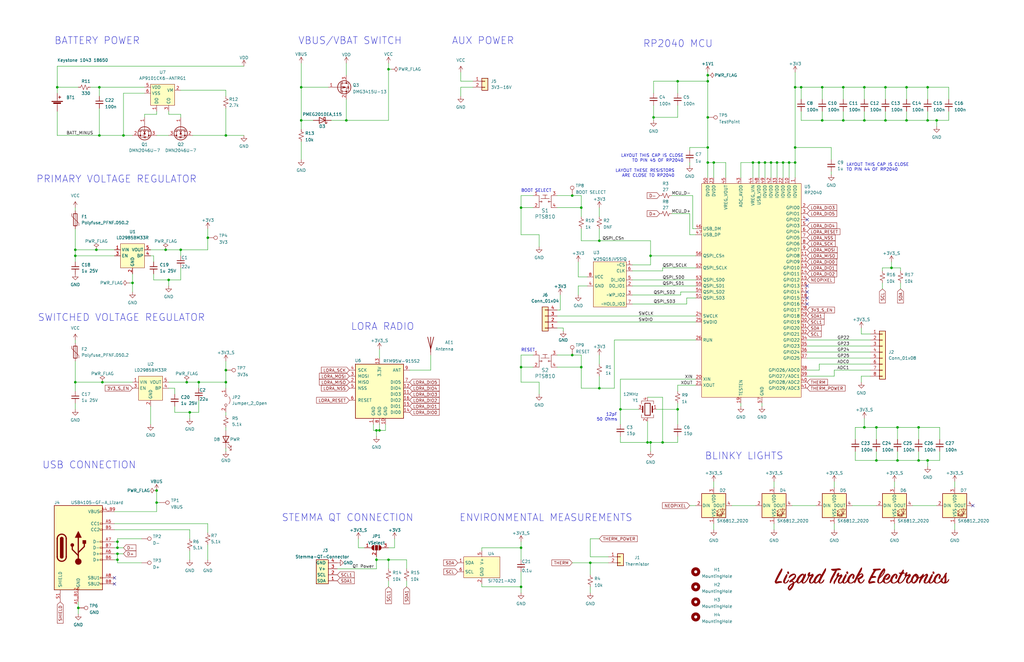
<source format=kicad_sch>
(kicad_sch (version 20230121) (generator eeschema)
  (paper "B")
  (junction (at 163.83 29.21))
  (junction (at 41.91 57.15))
  (junction (at 66.04 207.01))
  (junction (at 322.58 68.58))
  (junction (at 273.05 186.69))
  (junction (at 31.75 161.29))
  (junction (at 252.73 101.6))
  (junction (at 298.45 49.53))
  (junction (at 40.64 105.41))
  (junction (at 80.01 173.99))
  (junction (at 391.16 36.83))
  (junction (at 55.88 119.38))
  (junction (at 373.38 50.8))
  (junction (at 300.99 68.58))
  (junction (at 146.05 50.8))
  (junction (at 378.46 194.31))
  (junction (at 378.46 180.34))
  (junction (at 325.12 68.58))
  (junction (at 95.25 57.15))
  (junction (at 382.27 50.8))
  (junction (at 364.49 50.8))
  (junction (at 241.3 149.86))
  (junction (at 394.97 50.8))
  (junction (at 95.25 156.21))
  (junction (at 382.27 36.83))
  (junction (at 298.45 34.29))
  (junction (at 49.53 231.14))
  (junction (at 330.2 68.58))
  (junction (at 219.71 231.14))
  (junction (at 41.91 36.83))
  (junction (at 298.45 62.23))
  (junction (at 285.75 34.29))
  (junction (at 337.82 36.83))
  (junction (at 335.28 36.83))
  (junction (at 33.02 256.54))
  (junction (at 332.74 68.58))
  (junction (at 364.49 180.34))
  (junction (at 274.32 186.69))
  (junction (at 355.6 50.8))
  (junction (at 31.75 107.95))
  (junction (at 49.53 228.6))
  (junction (at 69.85 105.41))
  (junction (at 95.25 161.29))
  (junction (at 127 50.8))
  (junction (at 346.71 50.8))
  (junction (at 373.38 36.83))
  (junction (at 275.59 49.53))
  (junction (at 219.71 87.63))
  (junction (at 219.71 154.94))
  (junction (at 364.49 36.83))
  (junction (at 43.18 161.29))
  (junction (at 49.53 233.68))
  (junction (at 387.35 180.34))
  (junction (at 83.82 161.29))
  (junction (at 285.75 172.72))
  (junction (at 158.75 181.61))
  (junction (at 127 36.83))
  (junction (at 163.83 236.22))
  (junction (at 87.63 100.33))
  (junction (at 317.5 68.58))
  (junction (at 76.2 105.41))
  (junction (at 391.16 50.8))
  (junction (at 327.66 68.58))
  (junction (at 279.4 186.69))
  (junction (at 274.32 107.95))
  (junction (at 24.13 36.83))
  (junction (at 66.04 212.09))
  (junction (at 71.12 118.11))
  (junction (at 335.28 68.58))
  (junction (at 261.62 172.72))
  (junction (at 78.74 161.29))
  (junction (at 245.11 87.63))
  (junction (at 31.75 105.41))
  (junction (at 298.45 31.75))
  (junction (at 219.71 247.65))
  (junction (at 252.73 163.83))
  (junction (at 160.02 181.61))
  (junction (at 158.75 236.22))
  (junction (at 369.57 194.31))
  (junction (at 391.16 194.31))
  (junction (at 298.45 68.58))
  (junction (at 369.57 180.34))
  (junction (at 241.3 82.55))
  (junction (at 52.07 57.15))
  (junction (at 375.92 113.03))
  (junction (at 355.6 36.83))
  (junction (at 49.53 236.22))
  (junction (at 346.71 36.83))
  (junction (at 248.92 237.49))
  (junction (at 387.35 194.31))
  (junction (at 245.11 154.94))
  (junction (at 320.04 68.58))
  (junction (at 335.28 62.23))
  (no_connect (at 340.36 128.27))
  (no_connect (at 340.36 120.65))
  (no_connect (at 340.36 125.73))
  (no_connect (at 340.36 123.19))
  (no_connect (at 48.26 246.38))
  (no_connect (at 48.26 243.84))
  (no_connect (at 410.21 213.36))
  (no_connect (at 340.36 92.71))
  (wire (pts (xy 298.45 34.29) (xy 298.45 49.53)))
  (wire (pts (xy 203.2 247.65) (xy 219.71 247.65)))
  (wire (pts (xy 274.32 186.69) (xy 274.32 190.5)))
  (wire (pts (xy 300.99 68.58) (xy 306.07 68.58)))
  (wire (pts (xy 298.45 68.58) (xy 298.45 62.23)))
  (wire (pts (xy 266.7 120.65) (xy 293.37 120.65)))
  (wire (pts (xy 275.59 44.45) (xy 275.59 49.53)))
  (wire (pts (xy 340.36 158.75) (xy 351.79 158.75)))
  (wire (pts (xy 31.75 165.1) (xy 31.75 161.29)))
  (wire (pts (xy 275.59 39.37) (xy 275.59 34.29)))
  (wire (pts (xy 378.46 194.31) (xy 387.35 194.31)))
  (wire (pts (xy 300.99 68.58) (xy 300.99 74.93)))
  (wire (pts (xy 199.39 36.83) (xy 194.31 36.83)))
  (wire (pts (xy 203.2 232.41) (xy 203.2 231.14)))
  (wire (pts (xy 360.68 180.34) (xy 360.68 185.42)))
  (wire (pts (xy 266.7 118.11) (xy 293.37 118.11)))
  (wire (pts (xy 279.4 167.64) (xy 279.4 186.69)))
  (wire (pts (xy 234.95 87.63) (xy 245.11 87.63)))
  (wire (pts (xy 351.79 223.52) (xy 351.79 220.98)))
  (wire (pts (xy 387.35 194.31) (xy 391.16 194.31)))
  (wire (pts (xy 76.2 105.41) (xy 76.2 107.95)))
  (wire (pts (xy 261.62 172.72) (xy 261.62 179.07)))
  (wire (pts (xy 219.71 241.3) (xy 219.71 247.65)))
  (wire (pts (xy 312.42 68.58) (xy 312.42 74.93)))
  (wire (pts (xy 274.32 107.95) (xy 293.37 107.95)))
  (wire (pts (xy 350.52 67.31) (xy 350.52 62.23)))
  (wire (pts (xy 245.11 149.86) (xy 245.11 154.94)))
  (wire (pts (xy 378.46 180.34) (xy 378.46 185.42)))
  (wire (pts (xy 261.62 184.15) (xy 261.62 186.69)))
  (wire (pts (xy 31.75 107.95) (xy 31.75 110.49)))
  (wire (pts (xy 396.24 185.42) (xy 396.24 180.34)))
  (wire (pts (xy 52.07 57.15) (xy 55.88 57.15)))
  (wire (pts (xy 373.38 46.99) (xy 373.38 50.8)))
  (wire (pts (xy 355.6 36.83) (xy 355.6 41.91)))
  (wire (pts (xy 241.3 82.55) (xy 245.11 82.55)))
  (wire (pts (xy 64.77 110.49) (xy 64.77 107.95)))
  (wire (pts (xy 80.01 232.41) (xy 80.01 236.22)))
  (wire (pts (xy 245.11 163.83) (xy 252.73 163.83)))
  (wire (pts (xy 266.7 111.76) (xy 274.32 111.76)))
  (wire (pts (xy 31.75 107.95) (xy 48.26 107.95)))
  (wire (pts (xy 330.2 68.58) (xy 330.2 74.93)))
  (wire (pts (xy 163.83 245.11) (xy 163.83 247.65)))
  (wire (pts (xy 335.28 68.58) (xy 332.74 68.58)))
  (wire (pts (xy 49.53 227.33) (xy 49.53 228.6)))
  (wire (pts (xy 285.75 34.29) (xy 298.45 34.29)))
  (wire (pts (xy 340.36 148.59) (xy 367.03 148.59)))
  (wire (pts (xy 245.11 154.94) (xy 245.11 163.83)))
  (wire (pts (xy 95.25 152.4) (xy 95.25 156.21)))
  (wire (pts (xy 224.79 82.55) (xy 219.71 82.55)))
  (wire (pts (xy 340.36 143.51) (xy 367.03 143.51)))
  (wire (pts (xy 317.5 68.58) (xy 312.42 68.58)))
  (wire (pts (xy 247.65 120.65) (xy 243.84 120.65)))
  (wire (pts (xy 127 26.67) (xy 127 36.83)))
  (wire (pts (xy 41.91 36.83) (xy 41.91 40.64)))
  (wire (pts (xy 384.81 213.36) (xy 394.97 213.36)))
  (wire (pts (xy 290.83 213.36) (xy 293.37 213.36)))
  (wire (pts (xy 49.53 233.68) (xy 52.07 233.68)))
  (wire (pts (xy 261.62 186.69) (xy 273.05 186.69)))
  (wire (pts (xy 355.6 50.8) (xy 364.49 50.8)))
  (wire (pts (xy 241.3 149.86) (xy 245.11 149.86)))
  (wire (pts (xy 285.75 172.72) (xy 285.75 179.07)))
  (wire (pts (xy 377.19 223.52) (xy 377.19 220.98)))
  (wire (pts (xy 369.57 190.5) (xy 369.57 194.31)))
  (wire (pts (xy 364.49 176.53) (xy 364.49 180.34)))
  (wire (pts (xy 76.2 48.26) (xy 71.12 48.26)))
  (wire (pts (xy 48.26 228.6) (xy 49.53 228.6)))
  (wire (pts (xy 41.91 36.83) (xy 60.96 36.83)))
  (wire (pts (xy 290.83 68.58) (xy 290.83 69.85)))
  (wire (pts (xy 273.05 167.64) (xy 279.4 167.64)))
  (wire (pts (xy 372.11 113.03) (xy 375.92 113.03)))
  (wire (pts (xy 158.75 240.03) (xy 142.24 240.03)))
  (wire (pts (xy 158.75 181.61) (xy 160.02 181.61)))
  (wire (pts (xy 382.27 36.83) (xy 391.16 36.83)))
  (wire (pts (xy 87.63 100.33) (xy 87.63 105.41)))
  (wire (pts (xy 80.01 173.99) (xy 80.01 176.53)))
  (wire (pts (xy 237.49 138.43) (xy 234.95 138.43)))
  (wire (pts (xy 33.02 36.83) (xy 24.13 36.83)))
  (wire (pts (xy 379.73 119.38) (xy 379.73 121.92)))
  (wire (pts (xy 87.63 96.52) (xy 87.63 100.33)))
  (wire (pts (xy 355.6 36.83) (xy 364.49 36.83)))
  (wire (pts (xy 241.3 237.49) (xy 248.92 237.49)))
  (wire (pts (xy 234.95 130.81) (xy 236.22 130.81)))
  (wire (pts (xy 160.02 179.07) (xy 160.02 181.61)))
  (wire (pts (xy 59.69 227.33) (xy 49.53 227.33)))
  (wire (pts (xy 382.27 36.83) (xy 382.27 41.91)))
  (wire (pts (xy 375.92 113.03) (xy 375.92 110.49)))
  (wire (pts (xy 63.5 105.41) (xy 69.85 105.41)))
  (wire (pts (xy 298.45 31.75) (xy 298.45 34.29)))
  (wire (pts (xy 275.59 34.29) (xy 285.75 34.29)))
  (wire (pts (xy 66.04 57.15) (xy 71.12 57.15)))
  (wire (pts (xy 171.45 245.11) (xy 171.45 247.65)))
  (wire (pts (xy 293.37 125.73) (xy 289.56 125.73)))
  (wire (pts (xy 369.57 180.34) (xy 369.57 185.42)))
  (wire (pts (xy 285.75 186.69) (xy 285.75 184.15)))
  (wire (pts (xy 298.45 74.93) (xy 298.45 68.58)))
  (wire (pts (xy 132.08 50.8) (xy 127 50.8)))
  (wire (pts (xy 59.69 237.49) (xy 49.53 237.49)))
  (wire (pts (xy 337.82 41.91) (xy 337.82 36.83)))
  (wire (pts (xy 33.02 256.54) (xy 33.02 254)))
  (wire (pts (xy 181.61 156.21) (xy 181.61 149.86)))
  (wire (pts (xy 219.71 161.29) (xy 227.33 161.29)))
  (wire (pts (xy 266.7 114.3) (xy 279.4 114.3)))
  (wire (pts (xy 153.67 231.14) (xy 151.13 231.14)))
  (wire (pts (xy 80.01 223.52) (xy 80.01 227.33)))
  (wire (pts (xy 346.71 50.8) (xy 355.6 50.8)))
  (wire (pts (xy 337.82 36.83) (xy 346.71 36.83)))
  (wire (pts (xy 48.26 223.52) (xy 80.01 223.52)))
  (wire (pts (xy 95.25 156.21) (xy 95.25 161.29)))
  (wire (pts (xy 73.66 171.45) (xy 73.66 173.99)))
  (wire (pts (xy 293.37 123.19) (xy 287.02 123.19)))
  (wire (pts (xy 340.36 151.13) (xy 367.03 151.13)))
  (wire (pts (xy 346.71 36.83) (xy 346.71 41.91)))
  (wire (pts (xy 340.36 156.21) (xy 345.44 156.21)))
  (wire (pts (xy 158.75 181.61) (xy 158.75 184.15)))
  (wire (pts (xy 76.2 49.53) (xy 76.2 48.26)))
  (wire (pts (xy 394.97 50.8) (xy 394.97 53.34)))
  (wire (pts (xy 321.31 170.18) (xy 321.31 171.45)))
  (wire (pts (xy 335.28 68.58) (xy 335.28 74.93)))
  (wire (pts (xy 359.41 213.36) (xy 369.57 213.36)))
  (wire (pts (xy 351.79 158.75) (xy 351.79 156.21)))
  (wire (pts (xy 369.57 180.34) (xy 378.46 180.34)))
  (wire (pts (xy 127 50.8) (xy 127 54.61)))
  (wire (pts (xy 363.22 140.97) (xy 367.03 140.97)))
  (wire (pts (xy 283.21 82.55) (xy 292.1 82.55)))
  (wire (pts (xy 139.7 50.8) (xy 146.05 50.8)))
  (wire (pts (xy 367.03 158.75) (xy 363.22 158.75)))
  (wire (pts (xy 87.63 220.98) (xy 87.63 224.79)))
  (wire (pts (xy 285.75 34.29) (xy 285.75 39.37)))
  (wire (pts (xy 256.54 234.95) (xy 248.92 234.95)))
  (wire (pts (xy 146.05 41.91) (xy 146.05 50.8)))
  (wire (pts (xy 276.86 172.72) (xy 285.75 172.72)))
  (wire (pts (xy 378.46 180.34) (xy 387.35 180.34)))
  (wire (pts (xy 219.71 82.55) (xy 219.71 87.63)))
  (wire (pts (xy 71.12 48.26) (xy 71.12 46.99)))
  (wire (pts (xy 160.02 147.32) (xy 160.02 151.13)))
  (wire (pts (xy 31.75 143.51) (xy 31.75 144.78)))
  (wire (pts (xy 285.75 49.53) (xy 275.59 49.53)))
  (wire (pts (xy 245.11 101.6) (xy 252.73 101.6)))
  (wire (pts (xy 219.71 149.86) (xy 219.71 154.94)))
  (wire (pts (xy 320.04 68.58) (xy 317.5 68.58)))
  (wire (pts (xy 256.54 237.49) (xy 248.92 237.49)))
  (wire (pts (xy 243.84 120.65) (xy 243.84 124.46)))
  (wire (pts (xy 66.04 48.26) (xy 66.04 46.99)))
  (wire (pts (xy 31.75 161.29) (xy 43.18 161.29)))
  (wire (pts (xy 292.1 96.52) (xy 292.1 82.55)))
  (wire (pts (xy 317.5 68.58) (xy 317.5 74.93)))
  (wire (pts (xy 391.16 50.8) (xy 394.97 50.8)))
  (wire (pts (xy 234.95 154.94) (xy 245.11 154.94)))
  (wire (pts (xy 49.53 228.6) (xy 49.53 231.14)))
  (wire (pts (xy 306.07 68.58) (xy 306.07 74.93)))
  (wire (pts (xy 41.91 57.15) (xy 41.91 45.72)))
  (wire (pts (xy 330.2 68.58) (xy 327.66 68.58)))
  (wire (pts (xy 219.71 87.63) (xy 224.79 87.63)))
  (wire (pts (xy 172.72 156.21) (xy 181.61 156.21)))
  (wire (pts (xy 60.96 39.37) (xy 52.07 39.37)))
  (wire (pts (xy 252.73 158.75) (xy 252.73 163.83)))
  (wire (pts (xy 252.73 101.6) (xy 274.32 101.6)))
  (wire (pts (xy 95.25 38.1) (xy 95.25 40.64)))
  (wire (pts (xy 372.11 114.3) (xy 372.11 113.03)))
  (wire (pts (xy 300.99 203.2) (xy 300.99 205.74)))
  (wire (pts (xy 335.28 62.23) (xy 335.28 68.58)))
  (wire (pts (xy 360.68 180.34) (xy 364.49 180.34)))
  (wire (pts (xy 24.13 57.15) (xy 41.91 57.15)))
  (wire (pts (xy 83.82 173.99) (xy 80.01 173.99)))
  (wire (pts (xy 245.11 96.52) (xy 245.11 101.6)))
  (wire (pts (xy 24.13 36.83) (xy 24.13 39.37)))
  (wire (pts (xy 248.92 227.33) (xy 252.73 227.33)))
  (wire (pts (xy 337.82 46.99) (xy 337.82 50.8)))
  (wire (pts (xy 166.37 231.14) (xy 166.37 227.33)))
  (wire (pts (xy 379.73 114.3) (xy 379.73 113.03)))
  (wire (pts (xy 87.63 105.41) (xy 76.2 105.41)))
  (wire (pts (xy 160.02 181.61) (xy 162.56 181.61)))
  (wire (pts (xy 346.71 36.83) (xy 355.6 36.83)))
  (wire (pts (xy 66.04 207.01) (xy 66.04 212.09)))
  (wire (pts (xy 66.04 212.09) (xy 66.04 215.9)))
  (wire (pts (xy 400.05 46.99) (xy 400.05 50.8)))
  (wire (pts (xy 327.66 68.58) (xy 325.12 68.58)))
  (wire (pts (xy 48.26 236.22) (xy 49.53 236.22)))
  (wire (pts (xy 269.24 172.72) (xy 261.62 172.72)))
  (wire (pts (xy 332.74 68.58) (xy 330.2 68.58)))
  (wire (pts (xy 326.39 203.2) (xy 326.39 205.74)))
  (wire (pts (xy 290.83 62.23) (xy 290.83 63.5)))
  (wire (pts (xy 345.44 156.21) (xy 345.44 153.67)))
  (wire (pts (xy 373.38 36.83) (xy 373.38 41.91)))
  (wire (pts (xy 351.79 203.2) (xy 351.79 205.74)))
  (wire (pts (xy 387.35 190.5) (xy 387.35 194.31)))
  (wire (pts (xy 33.02 259.08) (xy 33.02 256.54)))
  (wire (pts (xy 157.48 181.61) (xy 158.75 181.61)))
  (wire (pts (xy 350.52 72.39) (xy 350.52 73.66)))
  (wire (pts (xy 377.19 203.2) (xy 377.19 205.74)))
  (wire (pts (xy 55.88 115.57) (xy 55.88 119.38)))
  (wire (pts (xy 363.22 158.75) (xy 363.22 161.29)))
  (wire (pts (xy 219.71 154.94) (xy 219.71 161.29)))
  (wire (pts (xy 290.83 62.23) (xy 298.45 62.23)))
  (wire (pts (xy 127 59.69) (xy 127 67.31)))
  (wire (pts (xy 364.49 36.83) (xy 373.38 36.83)))
  (wire (pts (xy 163.83 236.22) (xy 158.75 236.22)))
  (wire (pts (xy 396.24 190.5) (xy 396.24 194.31)))
  (wire (pts (xy 248.92 227.33) (xy 248.92 234.95)))
  (wire (pts (xy 81.28 57.15) (xy 95.25 57.15)))
  (wire (pts (xy 364.49 36.83) (xy 364.49 41.91)))
  (wire (pts (xy 24.13 27.94) (xy 24.13 36.83)))
  (wire (pts (xy 38.1 36.83) (xy 41.91 36.83)))
  (wire (pts (xy 391.16 36.83) (xy 391.16 41.91)))
  (wire (pts (xy 285.75 165.1) (xy 285.75 162.56)))
  (wire (pts (xy 227.33 161.29) (xy 227.33 166.37)))
  (wire (pts (xy 127 36.83) (xy 138.43 36.83)))
  (wire (pts (xy 274.32 101.6) (xy 274.32 107.95)))
  (wire (pts (xy 335.28 30.48) (xy 335.28 36.83)))
  (wire (pts (xy 396.24 180.34) (xy 387.35 180.34)))
  (wire (pts (xy 274.32 186.69) (xy 279.4 186.69)))
  (wire (pts (xy 194.31 36.83) (xy 194.31 40.64)))
  (wire (pts (xy 298.45 68.58) (xy 300.99 68.58)))
  (wire (pts (xy 312.42 170.18) (xy 312.42 171.45)))
  (wire (pts (xy 369.57 194.31) (xy 378.46 194.31)))
  (wire (pts (xy 234.95 82.55) (xy 241.3 82.55)))
  (wire (pts (xy 52.07 57.15) (xy 41.91 57.15)))
  (wire (pts (xy 290.83 90.17) (xy 290.83 99.06)))
  (wire (pts (xy 234.95 149.86) (xy 241.3 149.86)))
  (wire (pts (xy 49.53 237.49) (xy 49.53 236.22)))
  (wire (pts (xy 43.18 161.29) (xy 55.88 161.29)))
  (wire (pts (xy 199.39 34.29) (xy 194.31 34.29)))
  (wire (pts (xy 227.33 99.06) (xy 227.33 104.14)))
  (wire (pts (xy 332.74 68.58) (xy 332.74 74.93)))
  (wire (pts (xy 245.11 87.63) (xy 245.11 91.44)))
  (wire (pts (xy 279.4 113.03) (xy 279.4 114.3)))
  (wire (pts (xy 308.61 213.36) (xy 318.77 213.36)))
  (wire (pts (xy 320.04 68.58) (xy 320.04 74.93)))
  (wire (pts (xy 252.73 163.83) (xy 259.08 163.83)))
  (wire (pts (xy 382.27 50.8) (xy 391.16 50.8)))
  (wire (pts (xy 95.25 189.23) (xy 95.25 190.5)))
  (wire (pts (xy 171.45 240.03) (xy 171.45 236.22)))
  (wire (pts (xy 351.79 156.21) (xy 367.03 156.21)))
  (wire (pts (xy 400.05 50.8) (xy 394.97 50.8)))
  (wire (pts (xy 203.2 231.14) (xy 219.71 231.14)))
  (wire (pts (xy 373.38 50.8) (xy 382.27 50.8)))
  (wire (pts (xy 163.83 29.21) (xy 165.1 29.21)))
  (wire (pts (xy 48.26 233.68) (xy 49.53 233.68)))
  (wire (pts (xy 285.75 44.45) (xy 285.75 49.53)))
  (wire (pts (xy 151.13 231.14) (xy 151.13 227.33)))
  (wire (pts (xy 158.75 236.22) (xy 158.75 240.03)))
  (wire (pts (xy 76.2 118.11) (xy 71.12 118.11)))
  (wire (pts (xy 248.92 247.65) (xy 248.92 250.19)))
  (wire (pts (xy 237.49 139.7) (xy 237.49 138.43)))
  (wire (pts (xy 337.82 36.83) (xy 335.28 36.83)))
  (wire (pts (xy 360.68 190.5) (xy 360.68 194.31)))
  (wire (pts (xy 54.61 119.38) (xy 55.88 119.38)))
  (wire (pts (xy 322.58 68.58) (xy 320.04 68.58)))
  (wire (pts (xy 224.79 149.86) (xy 219.71 149.86)))
  (wire (pts (xy 40.64 105.41) (xy 48.26 105.41)))
  (wire (pts (xy 31.75 105.41) (xy 40.64 105.41)))
  (wire (pts (xy 95.25 180.34) (xy 95.25 181.61)))
  (wire (pts (xy 287.02 123.19) (xy 287.02 124.46)))
  (wire (pts (xy 24.13 27.94) (xy 102.87 27.94)))
  (wire (pts (xy 283.21 90.17) (xy 290.83 90.17)))
  (wire (pts (xy 71.12 161.29) (xy 78.74 161.29)))
  (wire (pts (xy 334.01 213.36) (xy 344.17 213.36)))
  (wire (pts (xy 60.96 48.26) (xy 66.04 48.26)))
  (wire (pts (xy 364.49 50.8) (xy 373.38 50.8)))
  (wire (pts (xy 73.66 166.37) (xy 73.66 163.83)))
  (wire (pts (xy 298.45 30.48) (xy 298.45 31.75)))
  (wire (pts (xy 285.75 162.56) (xy 293.37 162.56)))
  (wire (pts (xy 69.85 105.41) (xy 76.2 105.41)))
  (wire (pts (xy 219.71 231.14) (xy 219.71 236.22)))
  (wire (pts (xy 273.05 186.69) (xy 274.32 186.69)))
  (wire (pts (xy 234.95 133.35) (xy 293.37 133.35)))
  (wire (pts (xy 78.74 161.29) (xy 83.82 161.29)))
  (wire (pts (xy 71.12 118.11) (xy 71.12 120.65)))
  (wire (pts (xy 31.75 170.18) (xy 31.75 172.72)))
  (wire (pts (xy 259.08 143.51) (xy 259.08 163.83)))
  (wire (pts (xy 293.37 143.51) (xy 259.08 143.51)))
  (wire (pts (xy 52.07 39.37) (xy 52.07 57.15)))
  (wire (pts (xy 31.75 87.63) (xy 31.75 88.9)))
  (wire (pts (xy 298.45 49.53) (xy 298.45 62.23)))
  (wire (pts (xy 71.12 163.83) (xy 73.66 163.83)))
  (wire (pts (xy 76.2 113.03) (xy 76.2 118.11)))
  (wire (pts (xy 289.56 128.27) (xy 266.7 128.27)))
  (wire (pts (xy 364.49 46.99) (xy 364.49 50.8)))
  (wire (pts (xy 273.05 177.8) (xy 273.05 186.69)))
  (wire (pts (xy 31.75 152.4) (xy 31.75 161.29)))
  (wire (pts (xy 379.73 113.03) (xy 375.92 113.03)))
  (wire (pts (xy 346.71 46.99) (xy 346.71 50.8)))
  (wire (pts (xy 219.71 228.6) (xy 219.71 231.14)))
  (wire (pts (xy 345.44 153.67) (xy 367.03 153.67)))
  (wire (pts (xy 83.82 161.29) (xy 83.82 163.83)))
  (wire (pts (xy 146.05 50.8) (xy 163.83 50.8)))
  (wire (pts (xy 382.27 46.99) (xy 382.27 50.8)))
  (wire (pts (xy 402.59 203.2) (xy 402.59 205.74)))
  (wire (pts (xy 157.48 179.07) (xy 157.48 181.61)))
  (wire (pts (xy 322.58 68.58) (xy 322.58 74.93)))
  (wire (pts (xy 95.25 57.15) (xy 102.87 57.15)))
  (wire (pts (xy 285.75 170.18) (xy 285.75 172.72)))
  (wire (pts (xy 378.46 190.5) (xy 378.46 194.31)))
  (wire (pts (xy 219.71 87.63) (xy 219.71 99.06)))
  (wire (pts (xy 261.62 160.02) (xy 261.62 172.72)))
  (wire (pts (xy 335.28 36.83) (xy 335.28 62.23)))
  (wire (pts (xy 171.45 236.22) (xy 163.83 236.22)))
  (wire (pts (xy 236.22 130.81) (xy 236.22 124.46)))
  (wire (pts (xy 355.6 46.99) (xy 355.6 50.8)))
  (wire (pts (xy 373.38 36.83) (xy 382.27 36.83)))
  (wire (pts (xy 364.49 180.34) (xy 369.57 180.34)))
  (wire (pts (xy 163.83 236.22) (xy 163.83 240.03)))
  (wire (pts (xy 203.2 246.38) (xy 203.2 247.65)))
  (wire (pts (xy 64.77 115.57) (xy 64.77 118.11)))
  (wire (pts (xy 391.16 194.31) (xy 391.16 196.85)))
  (wire (pts (xy 219.71 154.94) (xy 224.79 154.94)))
  (wire (pts (xy 274.32 111.76) (xy 274.32 107.95)))
  (wire (pts (xy 252.73 87.63) (xy 252.73 91.44)))
  (wire (pts (xy 24.13 46.99) (xy 24.13 57.15)))
  (wire (pts (xy 300.99 223.52) (xy 300.99 220.98)))
  (wire (pts (xy 73.66 173.99) (xy 80.01 173.99)))
  (wire (pts (xy 76.2 38.1) (xy 95.25 38.1)))
  (wire (pts (xy 400.05 41.91) (xy 400.05 36.83)))
  (wire (pts (xy 234.95 135.89) (xy 293.37 135.89)))
  (wire (pts (xy 31.75 96.52) (xy 31.75 105.41)))
  (wire (pts (xy 326.39 223.52) (xy 326.39 220.98)))
  (wire (pts (xy 162.56 179.07) (xy 162.56 181.61)))
  (wire (pts (xy 243.84 110.49) (xy 243.84 116.84)))
  (wire (pts (xy 387.35 180.34) (xy 387.35 185.42)))
  (wire (pts (xy 248.92 237.49) (xy 248.92 242.57)))
  (wire (pts (xy 219.71 99.06) (xy 227.33 99.06)))
  (wire (pts (xy 327.66 68.58) (xy 327.66 74.93)))
  (wire (pts (xy 252.73 96.52) (xy 252.73 101.6)))
  (wire (pts (xy 163.83 231.14) (xy 166.37 231.14)))
  (wire (pts (xy 325.12 68.58) (xy 325.12 74.93)))
  (wire (pts (xy 335.28 62.23) (xy 350.52 62.23)))
  (wire (pts (xy 146.05 26.67) (xy 146.05 31.75)))
  (wire (pts (xy 243.84 116.84) (xy 247.65 116.84)))
  (wire (pts (xy 245.11 82.55) (xy 245.11 87.63)))
  (wire (pts (xy 325.12 68.58) (xy 322.58 68.58)))
  (wire (pts (xy 337.82 50.8) (xy 346.71 50.8)))
  (wire (pts (xy 95.25 45.72) (xy 95.25 57.15)))
  (wire (pts (xy 396.24 194.31) (xy 391.16 194.31)))
  (wire (pts (xy 95.25 173.99) (xy 95.25 175.26)))
  (wire (pts (xy 83.82 168.91) (xy 83.82 173.99)))
  (wire (pts (xy 275.59 49.53) (xy 275.59 50.8)))
  (wire (pts (xy 372.11 119.38) (xy 372.11 121.92)))
  (wire (pts (xy 48.26 231.14) (xy 49.53 231.14)))
  (wire (pts (xy 293.37 160.02) (xy 261.62 160.02)))
  (wire (pts (xy 360.68 194.31) (xy 369.57 194.31)))
  (wire (pts (xy 95.25 161.29) (xy 83.82 161.29)))
  (wire (pts (xy 293.37 96.52) (xy 292.1 96.52)))
  (wire (pts (xy 63.5 107.95) (xy 64.77 107.95)))
  (wire (pts (xy 402.59 223.52) (xy 402.59 220.98)))
  (wire (pts (xy 194.31 34.29) (xy 194.31 30.48)))
  (wire (pts (xy 158.75 234.95) (xy 158.75 236.22)))
  (wire (pts (xy 252.73 149.86) (xy 252.73 153.67)))
  (wire (pts (xy 363.22 138.43) (xy 363.22 140.97)))
  (wire (pts (xy 64.77 118.11) (xy 71.12 118.11)))
  (wire (pts (xy 400.05 36.83) (xy 391.16 36.83)))
  (wire (pts (xy 163.83 29.21) (xy 163.83 50.8)))
  (wire (pts (xy 289.56 125.73) (xy 289.56 128.27)))
  (wire (pts (xy 63.5 171.45) (xy 63.5 179.07)))
  (wire (pts (xy 287.02 124.46) (xy 266.7 124.46)))
  (wire (pts (xy 127 50.8) (xy 127 36.83)))
  (wire (pts (xy 340.36 146.05) (xy 367.03 146.05)))
  (wire (pts (xy 87.63 229.87) (xy 87.63 236.22)))
  (wire (pts (xy 49.53 236.22) (xy 49.53 233.68)))
  (wire (pts (xy 49.53 231.14) (xy 52.07 231.14)))
  (wire (pts (xy 163.83 26.67) (xy 163.83 29.21)))
  (wire (pts (xy 290.83 99.06) (xy 293.37 99.06)))
  (wire (pts (xy 55.88 119.38) (xy 55.88 123.19)))
  (wire (pts (xy 48.26 220.98) (xy 87.63 220.98)))
  (wire (pts (xy 60.96 49.53) (xy 60.96 48.26)))
  (wire (pts (xy 219.71 247.65) (xy 219.71 250.19)))
  (wire (pts (xy 31.75 107.95) (xy 31.75 105.41)))
  (wire (pts (xy 279.4 186.69) (xy 285.75 186.69)))
  (wire (pts (xy 48.26 215.9) (xy 66.04 215.9)))
  (wire (pts (xy 391.16 46.99) (xy 391.16 50.8)))
  (wire (pts (xy 66.04 212.09) (xy 67.31 212.09)))
  (wire (pts (xy 95.25 161.29) (xy 95.25 163.83)))
  (wire (pts (xy 293.37 113.03) (xy 279.4 113.03)))
  (text "STEMMA QT CONNECTION" (at 118.745 220.345 0) (effects (font (size 3 3)) (justify left bottom)))
  (text "RESET" (at 219.71 148.59 0) (effects (font (size 1.27 1.27)) (justify left bottom)))
  (text "RP2040 MCU" (at 271.145 20.32 0) (effects (font (size 3 3)) (justify left bottom)))
  (text "LAYOUT THIS CAP IS CLOSE\nTO PIN 44 OF RP2040" (at 356.87 72.39 0) (effects (font (size 1.27 1.27)) (justify left bottom)))
  (text "12pF\n50 Ohms" (at 260.35 177.8 0) (effects (font (size 1.27 1.27)) (justify right bottom)))
  (text "USB CONNECTION" (at 17.78 198.12 0) (effects (font (size 3 3)) (justify left bottom)))
  (text "LORA RADIO" (at 147.955 139.7 0) (effects (font (size 3 3)) (justify left bottom)))
  (text "AUX POWER" (at 190.5 19.05 0) (effects (font (size 3 3)) (justify left bottom)))
  (text "SWITCHED VOLTAGE REGULATOR" (at 15.875 135.89 0) (effects (font (size 3 3)) (justify left bottom)))
  (text "VBUS/VBAT SWITCH" (at 125.73 19.05 0) (effects (font (size 3 3)) (justify left bottom)))
  (text "LAYOUT THESE RESISTORS\nARE CLOSE TO RP2040" (at 284.48 74.93 0) (effects (font (size 1.27 1.27)) (justify right bottom)))
  (text "LAYOUT THIS CAP IS CLOSE\nTO PIN 45 OF RP2040" (at 288.29 68.58 0) (effects (font (size 1.27 1.27)) (justify right bottom)))
  (text "BLINKY LIGHTS" (at 297.18 194.31 0) (effects (font (size 3 3)) (justify left bottom)))
  (text "BATTERY POWER" (at 22.86 19.05 0) (effects (font (size 3 3)) (justify left bottom)))
  (text "PRIMARY VOLTAGE REGULATOR" (at 15.24 77.47 0) (effects (font (size 3 3)) (justify left bottom)))
  (text "ENVIRONMENTAL MEASUREMENTS" (at 193.675 220.345 0) (effects (font (size 3 3)) (justify left bottom)))
  (text "BOOT SELECT" (at 219.71 81.28 0) (effects (font (size 1.27 1.27)) (justify left bottom)))
  (label "SWDIO" (at 269.24 135.89 0))
  (label "MCU_D-" (at 283.21 82.55 0))
  (label "QSPI_SD0" (at 279.4 118.11 0))
  (label "GP23" (at 353.06 146.05 0))
  (label "MCU_D+" (at 283.21 90.17 0))
  (label "BATT_MINUS" (at 27.94 57.15 0))
  (label "GP22" (at 353.06 143.51 0))
  (label "XIN" (at 292.1 160.02 180))
  (label "ADC0" (at 353.06 153.67 0))
  (label "QSPI_CSn" (at 254 101.6 0))
  (label "GP25" (at 353.06 151.13 0))
  (label "QSPI_SCLK" (at 279.4 113.03 0))
  (label "GP24" (at 353.06 148.59 0))
  (label "QSPI_SD2" (at 275.59 124.46 0))
  (label "ADC1" (at 353.06 156.21 0))
  (label "QSPI_SD1" (at 279.4 120.65 0))
  (label "XOUT" (at 287.02 162.56 0))
  (label "QT Power" (at 148.59 240.03 0))
  (label "QSPI_SD3" (at 275.59 128.27 0))
  (label "SWCLK" (at 269.24 133.35 0))
  (global_label "LORA_NSS" (shape input) (at 340.36 100.33 0) (property "Intersheetrefs" "${INTERSHEET_REFS}" (effects hide)))
  (global_label "SCL1" (shape input) (at 340.36 135.89 0) (property "Intersheetrefs" "${INTERSHEET_REFS}" (effects hide)))
  (global_label "SCL1" (shape input) (at 163.83 247.65 270) (property "Intersheetrefs" "${INTERSHEET_REFS}" (effects hide)))
  (global_label "LORA_DIO5" (shape input) (at 172.72 161.29 0) (property "Intersheetrefs" "${INTERSHEET_REFS}" (effects hide)))
  (global_label "LORA_SCK" (shape input) (at 340.36 102.87 0) (property "Intersheetrefs" "${INTERSHEET_REFS}" (effects hide)))
  (global_label "LORA_RESET" (shape input) (at 147.32 168.91 180) (property "Intersheetrefs" "${INTERSHEET_REFS}" (effects hide)))
  (global_label "LORA_DIO0" (shape input) (at 172.72 173.99 0) (property "Intersheetrefs" "${INTERSHEET_REFS}" (effects hide)))
  (global_label "THERM_POWER" (shape input) (at 340.36 163.83 0) (property "Intersheetrefs" "${INTERSHEET_REFS}" (effects hide)))
  (global_label "LORA_DIO5" (shape input) (at 340.36 90.17 0) (property "Intersheetrefs" "${INTERSHEET_REFS}" (effects hide)))
  (global_label "SCL1" (shape input) (at 142.24 242.57 0) (property "Intersheetrefs" "${INTERSHEET_REFS}" (effects hide)))
  (global_label "LORA_RESET" (shape input) (at 340.36 97.79 0) (property "Intersheetrefs" "${INTERSHEET_REFS}" (effects hide)))
  (global_label "LORA_NSS" (shape input) (at 147.32 163.83 180) (property "Intersheetrefs" "${INTERSHEET_REFS}" (effects hide)))
  (global_label "LORA_DIO3" (shape input) (at 340.36 87.63 0) (property "Intersheetrefs" "${INTERSHEET_REFS}" (effects hide)))
  (global_label "THERM" (shape input) (at 340.36 161.29 0) (property "Intersheetrefs" "${INTERSHEET_REFS}" (effects hide)))
  (global_label "NEOPIXEL" (shape input) (at 290.83 213.36 180) (property "Intersheetrefs" "${INTERSHEET_REFS}" (effects hide)))
  (global_label "THERM_POWER" (shape input) (at 252.73 227.33 0) (property "Intersheetrefs" "${INTERSHEET_REFS}" (effects hide)))
  (global_label "D+" (shape input) (at 278.13 90.17 180) (property "Intersheetrefs" "${INTERSHEET_REFS}" (effects hide)))
  (global_label "LORA_DIO2" (shape input) (at 172.72 168.91 0) (property "Intersheetrefs" "${INTERSHEET_REFS}" (effects hide)))
  (global_label "LORA_DIO1" (shape input) (at 340.36 113.03 0) (property "Intersheetrefs" "${INTERSHEET_REFS}" (effects hide)))
  (global_label "3V3_S_EN" (shape input) (at 55.88 163.83 180) (property "Intersheetrefs" "${INTERSHEET_REFS}" (effects hide)))
  (global_label "D-" (shape input) (at 278.13 82.55 180) (property "Intersheetrefs" "${INTERSHEET_REFS}" (effects hide)))
  (global_label "SCL" (shape input) (at 193.04 241.3 180) (property "Intersheetrefs" "${INTERSHEET_REFS}" (effects hide)))
  (global_label "SCL" (shape input) (at 340.36 140.97 0) (property "Intersheetrefs" "${INTERSHEET_REFS}" (effects hide)))
  (global_label "LORA_DIO4" (shape input) (at 172.72 163.83 0) (property "Intersheetrefs" "${INTERSHEET_REFS}" (effects hide)))
  (global_label "SDA1" (shape input) (at 142.24 245.11 0) (property "Intersheetrefs" "${INTERSHEET_REFS}" (effects hide)))
  (global_label "LORA_MISO" (shape input) (at 340.36 107.95 0) (property "Intersheetrefs" "${INTERSHEET_REFS}" (effects hide)))
  (global_label "D+" (shape input) (at 52.07 233.68 0) (property "Intersheetrefs" "${INTERSHEET_REFS}" (effects hide)))
  (global_label "3V3_S_EN" (shape input) (at 340.36 130.81 0) (property "Intersheetrefs" "${INTERSHEET_REFS}" (effects hide)))
  (global_label "LORA_DIO1" (shape input) (at 172.72 171.45 0) (property "Intersheetrefs" "${INTERSHEET_REFS}" (effects hide)))
  (global_label "SDA1" (shape input) (at 340.36 133.35 0) (property "Intersheetrefs" "${INTERSHEET_REFS}" (effects hide)))
  (global_label "LORA_SCK" (shape input) (at 147.32 156.21 180) (property "Intersheetrefs" "${INTERSHEET_REFS}" (effects hide)))
  (global_label "LORA_MOSI" (shape input) (at 340.36 105.41 0) (property "Intersheetrefs" "${INTERSHEET_REFS}" (effects hide)))
  (global_label "LORA_DIO3" (shape input) (at 172.72 166.37 0) (property "Intersheetrefs" "${INTERSHEET_REFS}" (effects hide)))
  (global_label "SDA" (shape input) (at 193.04 237.49 180) (property "Intersheetrefs" "${INTERSHEET_REFS}" (effects hide)))
  (global_label "LORA_DIO0" (shape input) (at 340.36 110.49 0) (property "Intersheetrefs" "${INTERSHEET_REFS}" (effects hide)))
  (global_label "LORA_MOSI" (shape input) (at 147.32 158.75 180) (property "Intersheetrefs" "${INTERSHEET_REFS}" (effects hide)))
  (global_label "SDA" (shape input) (at 379.73 121.92 270) (property "Intersheetrefs" "${INTERSHEET_REFS}" (effects hide)))
  (global_label "SDA1" (shape input) (at 171.45 247.65 270) (property "Intersheetrefs" "${INTERSHEET_REFS}" (effects hide)))
  (global_label "NEOPIXEL" (shape input) (at 340.36 118.11 0) (property "Intersheetrefs" "${INTERSHEET_REFS}" (effects hide)))
  (global_label "D-" (shape input) (at 52.07 231.14 0) (property "Intersheetrefs" "${INTERSHEET_REFS}" (effects hide)))
  (global_label "SCL" (shape input) (at 372.11 121.92 270) (property "Intersheetrefs" "${INTERSHEET_REFS}" (effects hide)))
  (global_label "LORA_DIO2" (shape input) (at 340.36 115.57 0) (property "Intersheetrefs" "${INTERSHEET_REFS}" (effects hide)))
  (global_label "THERM" (shape input) (at 241.3 237.49 180) (property "Intersheetrefs" "${INTERSHEET_REFS}" (effects hide)))
  (global_label "LORA_MISO" (shape input) (at 147.32 161.29 180) (property "Intersheetrefs" "${INTERSHEET_REFS}" (effects hide)))
  (global_label "LORA_DIO4" (shape input) (at 340.36 95.25 0) (property "Intersheetrefs" "${INTERSHEET_REFS}" (effects hide)))
  (global_label "SDA" (shape input) (at 340.36 138.43 0) (property "Intersheetrefs" "${INTERSHEET_REFS}" (effects hide)))
  (global_label "SHIELD" (shape input) (at 25.4 254 270) (property "Intersheetrefs" "${INTERSHEET_REFS}" (effects hide)))
  (symbol (lib_id "Device:Battery_Cell") (at 24.13 44.45 0) (unit 1)
    (property "Reference" "BT1" (at 27.94 41.1479 0) (effects (justify left)))
    (property "Value" "Keystone 1043 18650" (at 24.13 25.4 0) (effects (justify left)))
    (property "Footprint" "lizard_libs:Keystone 1043 18650" (effects hide))
    (property "Datasheet" "https://www.keyelco.com/userAssets/file/M65p27.pdf" (effects hide))
  )
  (symbol (lib_id "Device:C_Small") (at 360.68 187.96 0) (unit 1)
    (property "Reference" "C23" (at 363.0041 187.0578 0) (effects (justify left)))
    (property "Value" "100n" (at 363.0041 189.8329 0) (effects (justify left)))
    (property "Footprint" "lizard_libs:C_0603_Lizard" (effects hide))
  )
  (symbol (lib_id "Device:C_Small") (at 355.6 44.45 0) (unit 1)
    (property "Reference" "C11" (at 357.9241 43.5478 0) (effects (justify left)))
    (property "Value" "100n" (at 357.9241 46.3229 0) (effects (justify left)))
    (property "Footprint" "lizard_libs:C_0603_Lizard" (effects hide))
  )
  (symbol (lib_id "Device:C_Small") (at 400.05 44.45 0) (unit 1)
    (property "Reference" "C16" (at 402.3741 43.5478 0) (effects (justify left)))
    (property "Value" "100n" (at 402.3741 46.3229 0) (effects (justify left)))
    (property "Footprint" "lizard_libs:C_0603_Lizard" (effects hide))
  )
  (symbol (lib_id "power:PWR_FLAG") (at 43.18 161.29 0) (unit 1)
    (property "Reference" "#FLG0103" (effects hide))
    (property "Value" "PWR_FLAG" (at 43.18 157.6855 0))
  )
  (symbol (lib_id "Device:C_Small") (at 337.82 44.45 0) (unit 1)
    (property "Reference" "C8" (at 340.1441 43.5478 0) (effects (justify left)))
    (property "Value" "100n" (at 340.1441 46.3229 0) (effects (justify left)))
    (property "Footprint" "lizard_libs:C_0603_Lizard" (effects hide))
  )
  (symbol (lib_id "Connector:TestPoint") (at 241.3 82.55 0) (unit 1)
    (property "Reference" "TP8" (at 242.697 78.3395 0) (effects (justify left)))
    (property "Value" "BOOT SELECT" (at 242.697 81.1146 0) (effects (justify left)))
    (property "Footprint" "TestPoint:TestPoint_THTPad_1.0x1.0mm_Drill0.5mm" (effects hide))
  )
  (symbol (lib_id "Device:C_Small") (at 76.2 110.49 0) (unit 1)
    (property "Reference" "C1" (at 76.454 108.712 0) (effects (justify left)))
    (property "Value" "22u" (at 76.454 112.522 0) (effects (justify left)))
    (property "Footprint" "lizard_libs:C_0603_Lizard" (effects hide))
  )
  (symbol (lib_id "power:GND") (at 402.59 223.52 0) (unit 1)
    (property "Reference" "#PWR057" (effects hide))
    (property "Value" "GND" (at 402.59 228.0825 0))
  )
  (symbol (lib_id "Connector_Generic:Conn_01x02") (at 204.47 34.29 0) (unit 1)
    (property "Reference" "J5" (at 207.01 34.2899 0) (effects (justify left)))
    (property "Value" "3V3-16V" (at 207.01 36.8299 0) (effects (justify left)))
    (property "Footprint" "Connector_PinHeader_2.54mm:PinHeader_1x02_P2.54mm_Vertical" (effects hide))
  )
  (symbol (lib_id "Device:C_Small") (at 391.16 44.45 0) (unit 1)
    (property "Reference" "C15" (at 393.4841 43.5478 0) (effects (justify left)))
    (property "Value" "100n" (at 393.4841 46.3229 0) (effects (justify left)))
    (property "Footprint" "lizard_libs:C_0603_Lizard" (effects hide))
  )
  (symbol (lib_id "lizard_lib:SK6812_2020") (at 402.59 213.36 0) (unit 1)
    (property "Reference" "D7" (at 407.67 207.645 0) (effects (justify right bottom)))
    (property "Value" "SK6812_2020" (at 403.86 219.075 0) (effects (justify left top)))
    (property "Footprint" "lizard_libs:SK6812 2020" (effects hide))
    (property "Datasheet" "https://cdn-shop.adafruit.com/product-files/1138/SK6812+LED+datasheet+.pdf" (effects hide))
  )
  (symbol (lib_id "Device:R_Small_US") (at 248.92 245.11 0) (unit 1)
    (property "Reference" "R4" (at 250.571 244.2015 0) (effects (justify left)))
    (property "Value" "10k" (at 250.571 246.9766 0) (effects (justify left)))
    (property "Footprint" "lizard_libs:R_0603_Lizard" (effects hide))
  )
  (symbol (lib_id "Device:C_Small") (at 41.91 43.18 0) (unit 1)
    (property "Reference" "C22" (at 44.2341 42.2778 0) (effects (justify left)))
    (property "Value" "100n" (at 44.2341 45.0529 0) (effects (justify left)))
    (property "Footprint" "lizard_libs:C_0603_Lizard" (effects hide))
  )
  (symbol (lib_id "Device:R_Small_US") (at 35.56 36.83 270) (unit 1)
    (property "Reference" "R11" (at 34.29 34.29 90) (effects (justify left)))
    (property "Value" "330" (at 34.29 39.37 90) (effects (justify left)))
    (property "Footprint" "lizard_libs:R_0603_Lizard" (effects hide))
  )
  (symbol (lib_id "power:GND") (at 80.01 236.22 0) (unit 1)
    (property "Reference" "#PWR014" (effects hide))
    (property "Value" "GND" (at 80.01 240.7825 0))
  )
  (symbol (lib_id "power:GND") (at 351.79 223.52 0) (unit 1)
    (property "Reference" "#PWR055" (effects hide))
    (property "Value" "GND" (at 351.79 228.0825 0))
  )
  (symbol (lib_id "lizard_lib:Polyfuse_PFNF.050.2") (at 31.75 148.59 0) (unit 1)
    (property "Reference" "F2" (at 34.29 147.3199 0) (effects (justify left)))
    (property "Value" "Polyfuse_PFNF.050.2" (at 34.29 149.8599 0) (effects (justify left)))
    (property "Footprint" "Resistor_SMD:R_1206_3216Metric" (effects hide))
  )
  (symbol (lib_id "Device:R_Small_US") (at 95.25 43.18 0) (unit 1)
    (property "Reference" "R12" (at 96.52 41.91 0) (effects (justify left)))
    (property "Value" "2.7k" (at 96.52 44.45 0) (effects (justify left)))
    (property "Footprint" "lizard_libs:R_0603_Lizard" (effects hide))
  )
  (symbol (lib_id "power:GND") (at 274.32 190.5 0) (unit 1)
    (property "Reference" "#PWR0114" (effects hide))
    (property "Value" "GND" (at 274.32 195.0625 0))
  )
  (symbol (lib_id "lizard_lib:USB4105-GF-A_Lizard") (at 33.02 231.14 0) (unit 1)
    (property "Reference" "J4" (at 22.86 212.09 0) (effects (justify left)))
    (property "Value" "USB4105-GF-A_Lizard" (at 52.07 212.09 0) (effects (justify right)))
    (property "Footprint" "lizard_libs:GCT_USB4105-GF-A" (effects hide))
    (property "Datasheet" "https://www.usb.org/sites/default/files/documents/usb_type-c.zip" (effects hide))
  )
  (symbol (lib_id "power:+3V3") (at 252.73 87.63 0) (unit 1)
    (property "Reference" "#PWR0112" (effects hide))
    (property "Value" "+3V3" (at 252.73 84.0255 0))
  )
  (symbol (lib_id "lizard_lib:+3V3_S") (at 363.22 138.43 0) (unit 1)
    (property "Reference" "#PWR06" (effects hide))
    (property "Value" "+3V3_S" (at 363.22 134.8255 0))
  )
  (symbol (lib_id "power:+3V3") (at 166.37 227.33 0) (unit 1)
    (property "Reference" "#PWR024" (effects hide))
    (property "Value" "+3V3" (at 166.37 223.7255 0))
  )
  (symbol (lib_id "power:GND") (at 227.33 166.37 0) (unit 1)
    (property "Reference" "#PWR035" (effects hide))
    (property "Value" "GND" (at 227.33 170.9325 0))
  )
  (symbol (lib_id "power:GND") (at 87.63 236.22 0) (unit 1)
    (property "Reference" "#PWR017" (effects hide))
    (property "Value" "GND" (at 87.63 240.7825 0))
  )
  (symbol (lib_id "Device:R_Small_US") (at 245.11 93.98 0) (unit 1)
    (property "Reference" "R10" (at 246.761 93.0715 0) (effects (justify left)))
    (property "Value" "1k" (at 246.761 95.8466 0) (effects (justify left)))
    (property "Footprint" "lizard_libs:R_0603_Lizard" (effects hide))
  )
  (symbol (lib_id "Device:C_Small") (at 83.82 166.37 0) (unit 1)
    (property "Reference" "C2" (at 84.074 164.592 0) (effects (justify left)))
    (property "Value" "22u" (at 84.074 168.402 0) (effects (justify left)))
    (property "Footprint" "lizard_libs:C_0603_Lizard" (effects hide))
  )
  (symbol (lib_id "power:+3V3") (at 243.84 110.49 0) (unit 1)
    (property "Reference" "#PWR0113" (effects hide))
    (property "Value" "+3V3" (at 243.84 106.8855 0))
  )
  (symbol (lib_id "Connector:TestPoint") (at 67.31 212.09 270) (unit 1)
    (property "Reference" "TP1" (at 72.009 211.1815 90) (effects (justify left)))
    (property "Value" "VBUS" (at 72.009 213.9566 90) (effects (justify left)))
    (property "Footprint" "TestPoint:TestPoint_THTPad_1.0x1.0mm_Drill0.5mm" (effects hide))
  )
  (symbol (lib_id "lizard_lib:VBAT") (at 102.87 27.94 0) (unit 1)
    (property "Reference" "#PWR01" (effects hide))
    (property "Value" "VBAT" (at 102.87 24.3355 0))
  )
  (symbol (lib_id "lizard_lib:VBAT") (at 146.05 26.67 0) (unit 1)
    (property "Reference" "#PWR033" (effects hide))
    (property "Value" "VBAT" (at 146.05 23.0655 0))
  )
  (symbol (lib_id "Device:C_Small") (at 387.35 187.96 0) (unit 1)
    (property "Reference" "C26" (at 389.6741 187.0578 0) (effects (justify left)))
    (property "Value" "100n" (at 389.6741 189.8329 0) (effects (justify left)))
    (property "Footprint" "lizard_libs:C_0603_Lizard" (effects hide))
  )
  (symbol (lib_id "power:GND") (at 194.31 40.64 0) (unit 1)
    (property "Reference" "#PWR034" (effects hide))
    (property "Value" "GND" (at 194.31 45.2025 0))
  )
  (symbol (lib_id "power:VCC") (at 31.75 143.51 0) (unit 1)
    (property "Reference" "#PWR0118" (effects hide))
    (property "Value" "VCC" (at 31.75 138.43 0))
  )
  (symbol (lib_id "Connector_Generic:Conn_01x08") (at 372.11 148.59 0) (unit 1)
    (property "Reference" "J2" (at 374.65 148.5899 0) (effects (justify left)))
    (property "Value" "Conn_01x08" (at 374.65 151.1299 0) (effects (justify left)))
    (property "Footprint" "lizard_libs:Prototype Area 8x8" (effects hide))
  )
  (symbol (lib_id "power:GND") (at 363.22 161.29 0) (unit 1)
    (property "Reference" "#PWR030" (effects hide))
    (property "Value" "GND" (at 363.22 165.8525 0))
  )
  (symbol (lib_id "Device:C_Small") (at 285.75 181.61 0) (unit 1)
    (property "Reference" "C6" (at 288.29 180.3462 0) (effects (justify left)))
    (property "Value" "15p" (at 288.29 182.8862 0) (effects (justify left)))
    (property "Footprint" "lizard_libs:C_0603_Lizard" (effects hide))
  )
  (symbol (lib_id "power:GND") (at 33.02 259.08 0) (unit 1)
    (property "Reference" "#PWR02" (effects hide))
    (property "Value" "GND" (at 33.02 263.6425 0))
  )
  (symbol (lib_id "Device:C_Small") (at 31.75 167.64 0) (unit 1)
    (property "Reference" "C17" (at 34.29 166.3762 0) (effects (justify left)))
    (property "Value" "1u 25V" (at 34.29 168.9162 0) (effects (justify left)))
    (property "Footprint" "lizard_libs:C_0603_Lizard" (effects hide))
  )
  (symbol (lib_id "power:GND") (at 55.88 123.19 0) (unit 1)
    (property "Reference" "#PWR020" (effects hide))
    (property "Value" "GND" (at 55.88 127.7525 0))
  )
  (symbol (lib_id "Mechanical:MountingHole") (at 293.37 247.65 0) (unit 1)
    (property "Reference" "H2" (at 302.3696 246.7415 0))
    (property "Value" "MountingHole" (at 302.3696 249.5166 0))
    (property "Footprint" "lizard_libs:MountingHole_2.5mm_Mask" (effects hide))
  )
  (symbol (lib_id "Mechanical:MountingHole") (at 293.37 260.35 0) (unit 1)
    (property "Reference" "H4" (at 302.3696 259.4415 0))
    (property "Value" "MountingHole" (at 302.3696 262.2166 0))
    (property "Footprint" "lizard_libs:MountingHole_2.5mm_Mask" (effects hide))
  )
  (symbol (lib_id "power:GND") (at 321.31 171.45 0) (unit 1)
    (property "Reference" "#PWR0108" (effects hide))
    (property "Value" "GND" (at 321.31 176.0125 0))
  )
  (symbol (lib_id "Device:R_Small_US") (at 280.67 82.55 90) (unit 1)
    (property "Reference" "R3" (at 280.67 77.47 90))
    (property "Value" "27" (at 280.67 80.01 90))
    (property "Footprint" "lizard_libs:R_0603_Lizard" (effects hide))
  )
  (symbol (lib_id "Connector:TestPoint") (at 87.63 100.33 270) (unit 1)
    (property "Reference" "TP4" (at 92.329 99.4215 90) (effects (justify left)))
    (property "Value" "3V3" (at 92.329 102.1966 90) (effects (justify left)))
    (property "Footprint" "TestPoint:TestPoint_THTPad_1.0x1.0mm_Drill0.5mm" (effects hide))
  )
  (symbol (lib_id "Device:C_Small") (at 364.49 44.45 0) (unit 1)
    (property "Reference" "C12" (at 366.8141 43.5478 0) (effects (justify left)))
    (property "Value" "100n" (at 366.8141 46.3229 0) (effects (justify left)))
    (property "Footprint" "lizard_libs:C_0603_Lizard" (effects hide))
  )
  (symbol (lib_id "Jumper:Jumper_2_Open") (at 95.25 168.91 270) (unit 1)
    (property "Reference" "JP2" (at 97.79 167.6399 90) (effects (justify left)))
    (property "Value" "Jumper_2_Open" (at 97.79 170.1799 90) (effects (justify left)))
    (property "Footprint" "lizard_libs:Pin Jumper lizard" (effects hide))
  )
  (symbol (lib_id "lizard_lib:DMG3415U-13") (at 143.51 36.83 0) (unit 1)
    (property "Reference" "Q3" (at 148.717 35.9215 0) (effects (justify left)))
    (property "Value" "DMG3415U-13" (at 148.717 38.6966 0) (effects (justify left)))
    (property "Footprint" "Package_TO_SOT_SMD:SOT-23" (effects hide))
    (property "Datasheet" "https://www.diodes.com/assets/Datasheets/products_inactive_data/ds31735.pdf" (effects hide))
  )
  (symbol (lib_id "Device:C_Small") (at 350.52 69.85 0) (unit 1)
    (property "Reference" "C9" (at 353.06 68.5862 0) (effects (justify left)))
    (property "Value" "1u" (at 353.06 71.1262 0) (effects (justify left)))
    (property "Footprint" "lizard_libs:C_0603_Lizard" (effects hide))
  )
  (symbol (lib_id "Device:R_Small_US") (at 252.73 93.98 0) (unit 1)
    (property "Reference" "R2" (at 254.381 93.0715 0) (effects (justify left)))
    (property "Value" "DNF" (at 254.381 95.8466 0) (effects (justify left)))
    (property "Footprint" "lizard_libs:R_0603_Lizard" (effects hide))
  )
  (symbol (lib_id "lizard_lib:+3V3_S") (at 219.71 228.6 0) (unit 1)
    (property "Reference" "#PWR09" (effects hide))
    (property "Value" "+3V3_S" (at 219.71 224.9955 0))
  )
  (symbol (lib_id "lizard_lib:Stemma-QT-Connector") (at 137.16 242.57 180) (unit 1)
    (property "Reference" "J3" (at 137.16 232.2535 0))
    (property "Value" "Stemma-QT-Connector" (at 135.89 234.95 0))
    (property "Footprint" "lizard_libs:STEMMA-QT-CONNECTOR" (effects hide))
    (property "Datasheet" "https://learn.adafruit.com/introducing-adafruit-stemma-qt/technical-specs" (effects hide))
  )
  (symbol (lib_id "lizard_lib:W25Q16JVSSIQ") (at 256.54 116.84 0) (unit 1)
    (property "Reference" "U3" (at 250.0804 106.5743 0) (effects (justify left)))
    (property "Value" "W25Q16JVSSIQ" (at 250.0804 109.3494 0) (effects (justify left)))
    (property "Footprint" "Package_SO:SOIC-8_5.275x5.275mm_P1.27mm" (effects hide))
    (property "Datasheet" "https://www.winbond.com/resource-files/w25q16jv%20spi%20revg%2003222018%20plus.pdf" (effects hide))
  )
  (symbol (lib_id "power:GND") (at 275.59 50.8 0) (unit 1)
    (property "Reference" "#PWR0102" (effects hide))
    (property "Value" "GND" (at 275.59 55.3625 0))
  )
  (symbol (lib_id "Connector_Generic:Conn_01x02") (at 261.62 234.95 0) (unit 1)
    (property "Reference" "J1" (at 268.7207 235.3115 0))
    (property "Value" "Thermistor" (at 268.7207 238.0866 0))
    (property "Footprint" "Connector_PinHeader_2.54mm:PinHeader_1x02_P2.54mm_Vertical" (effects hide))
  )
  (symbol (lib_id "Device:R_Small_US") (at 372.11 116.84 0) (unit 1)
    (property "Reference" "R16" (at 373.761 115.9315 0) (effects (justify left)))
    (property "Value" "10k" (at 373.761 118.7066 0) (effects (justify left)))
    (property "Footprint" "lizard_libs:R_0603_Lizard" (effects hide))
  )
  (symbol (lib_id "Connector:TestPoint") (at 59.69 237.49 270) (unit 1)
    (property "Reference" "TP3" (at 64.389 236.5815 90) (effects (justify left)))
    (property "Value" "D+" (at 64.389 239.3566 90) (effects (justify left)))
    (property "Footprint" "TestPoint:TestPoint_THTPad_1.0x1.0mm_Drill0.5mm" (effects hide))
  )
  (symbol (lib_id "Device:R_Small_US") (at 163.83 242.57 0) (unit 1)
    (property "Reference" "R14" (at 165.481 241.6615 0) (effects (justify left)))
    (property "Value" "10k" (at 165.481 244.4366 0) (effects (justify left)))
    (property "Footprint" "lizard_libs:R_0603_Lizard" (effects hide))
  )
  (symbol (lib_id "lizard_lib:SK6812_2020") (at 300.99 213.36 0) (unit 1)
    (property "Reference" "D2" (at 306.07 207.645 0) (effects (justify right bottom)))
    (property "Value" "SK6812_2020" (at 302.26 219.075 0) (effects (justify left top)))
    (property "Footprint" "lizard_libs:SK6812 2020" (effects hide))
    (property "Datasheet" "https://cdn-shop.adafruit.com/product-files/1138/SK6812+LED+datasheet+.pdf" (effects hide))
  )
  (symbol (lib_id "Device:C_Small") (at 73.66 168.91 0) (unit 1)
    (property "Reference" "C20" (at 76.2 167.6462 0) (effects (justify left)))
    (property "Value" "1u 25V" (at 76.2 170.1862 0) (effects (justify left)))
    (property "Footprint" "lizard_libs:C_0603_Lizard" (effects hide))
  )
  (symbol (lib_id "Device:C_Small") (at 346.71 44.45 0) (unit 1)
    (property "Reference" "C10" (at 349.0341 43.5478 0) (effects (justify left)))
    (property "Value" "100n" (at 349.0341 46.3229 0) (effects (justify left)))
    (property "Footprint" "lizard_libs:C_0603_Lizard" (effects hide))
  )
  (symbol (lib_id "power:GND") (at 326.39 223.52 0) (unit 1)
    (property "Reference" "#PWR054" (effects hide))
    (property "Value" "GND" (at 326.39 228.0825 0))
  )
  (symbol (lib_id "Device:C_Small") (at 275.59 41.91 0) (unit 1)
    (property "Reference" "C4" (at 277.9141 41.0078 0) (effects (justify left)))
    (property "Value" "100n" (at 277.9141 43.7829 0) (effects (justify left)))
    (property "Footprint" "lizard_libs:C_0603_Lizard" (effects hide))
  )
  (symbol (lib_id "Device:R_Small_US") (at 280.67 90.17 90) (unit 1)
    (property "Reference" "R8" (at 280.67 85.09 90))
    (property "Value" "27" (at 280.67 87.63 90))
    (property "Footprint" "lizard_libs:R_0603_Lizard" (effects hide))
  )
  (symbol (lib_id "Lizard Text Logo:LOGO") (at 363.22 243.84 0) (unit 1)
    (property "Reference" "G1" (effects hide))
    (property "Value" "LOGO" (effects hide))
    (property "Footprint" "lizard_libs:Lizard Text Logo" (effects hide))
  )
  (symbol (lib_id "power:VCC") (at 163.83 26.67 0) (unit 1)
    (property "Reference" "#PWR0101" (effects hide))
    (property "Value" "VCC" (at 163.83 22.86 0))
  )
  (symbol (lib_id "lizard_lib:+3V3_S") (at 326.39 203.2 0) (unit 1)
    (property "Reference" "#PWR026" (effects hide))
    (property "Value" "+3V3_S" (at 326.39 199.5955 0))
  )
  (symbol (lib_id "power:PWR_FLAG") (at 69.85 105.41 0) (unit 1)
    (property "Reference" "#FLG0102" (effects hide))
    (property "Value" "PWR_FLAG" (at 69.85 101.8055 0))
  )
  (symbol (lib_id "Device:C_Small") (at 382.27 44.45 0) (unit 1)
    (property "Reference" "C14" (at 384.5941 43.5478 0) (effects (justify left)))
    (property "Value" "100n" (at 384.5941 46.3229 0) (effects (justify left)))
    (property "Footprint" "lizard_libs:C_0603_Lizard" (effects hide))
  )
  (symbol (lib_id "lizard_lib:+3V3_S") (at 95.25 152.4 0) (unit 1)
    (property "Reference" "#PWR011" (effects hide))
    (property "Value" "+3V3_S" (at 95.25 148.7955 0))
  )
  (symbol (lib_id "Connector_Generic:Conn_01x04") (at 229.87 135.89 180) (unit 1)
    (property "Reference" "J6" (at 229.87 124.46 0))
    (property "Value" "Conn_01x04" (at 229.87 127 0))
    (property "Footprint" "Connector_PinHeader_2.54mm:PinHeader_1x04_P2.54mm_Vertical" (effects hide))
  )
  (symbol (lib_id "power:GND") (at 227.33 104.14 0) (unit 1)
    (property "Reference" "#PWR0110" (effects hide))
    (property "Value" "GND" (at 227.33 108.7025 0))
  )
  (symbol (lib_id "power:PWR_FLAG") (at 54.61 119.38 90) (unit 1)
    (property "Reference" "#FLG0108" (effects hide))
    (property "Value" "PWR_FLAG" (at 46.99 119.38 90))
  )
  (symbol (lib_id "Device:LED") (at 95.25 185.42 90) (unit 1)
    (property "Reference" "D8" (at 91.44 185.42 90))
    (property "Value" "PWR" (at 99.06 185.42 90))
    (property "Footprint" "lizard_libs:LED-0805-Lizard" (effects hide))
  )
  (symbol (lib_id "power:GND") (at 300.99 223.52 0) (unit 1)
    (property "Reference" "#PWR04" (effects hide))
    (property "Value" "GND" (at 300.99 228.0825 0))
  )
  (symbol (lib_id "power:GND") (at 394.97 53.34 0) (unit 1)
    (property "Reference" "#PWR0105" (effects hide))
    (property "Value" "GND" (at 394.97 57.9025 0))
  )
  (symbol (lib_id "Device:C_Small") (at 290.83 66.04 0) (unit 1)
    (property "Reference" "C7" (at 293.1541 65.1378 0) (effects (justify left)))
    (property "Value" "1u" (at 293.1541 67.9129 0) (effects (justify left)))
    (property "Footprint" "lizard_libs:C_0603_Lizard" (effects hide))
  )
  (symbol (lib_id "power:VBUS") (at 127 26.67 0) (unit 1)
    (property "Reference" "#PWR05" (effects hide))
    (property "Value" "VBUS" (at 127 22.86 0))
  )
  (symbol (lib_id "Mechanical:MountingHole") (at 293.37 254 0) (unit 1)
    (property "Reference" "H3" (at 302.3696 253.0915 0))
    (property "Value" "MountingHole" (at 302.3696 255.8666 0))
    (property "Footprint" "lizard_libs:MountingHole_2.5mm_Mask" (effects hide))
  )
  (symbol (lib_id "lizard_lib:+3V3_S") (at 351.79 203.2 0) (unit 1)
    (property "Reference" "#PWR027" (effects hide))
    (property "Value" "+3V3_S" (at 351.79 199.5955 0))
  )
  (symbol (lib_id "Device:C_Small") (at 261.62 181.61 0) (unit 1)
    (property "Reference" "C3" (at 264.16 180.3462 0) (effects (justify left)))
    (property "Value" "15p" (at 264.16 182.8862 0) (effects (justify left)))
    (property "Footprint" "lizard_libs:C_0603_Lizard" (effects hide))
  )
  (symbol (lib_id "lizard_lib:SK6812_2020") (at 377.19 213.36 0) (unit 1)
    (property "Reference" "D6" (at 382.27 207.645 0) (effects (justify right bottom)))
    (property "Value" "SK6812_2020" (at 378.46 219.075 0) (effects (justify left top)))
    (property "Footprint" "lizard_libs:SK6812 2020" (effects hide))
    (property "Datasheet" "https://cdn-shop.adafruit.com/product-files/1138/SK6812+LED+datasheet+.pdf" (effects hide))
  )
  (symbol (lib_id "Device:R_Small_US") (at 80.01 229.87 0) (unit 1)
    (property "Reference" "R6" (at 81.28 228.6 0) (effects (justify left)))
    (property "Value" "5.1k" (at 81.28 231.14 0) (effects (justify left)))
    (property "Footprint" "lizard_libs:R_0603_Lizard" (effects hide))
  )
  (symbol (lib_id "Device:C_Small") (at 31.75 113.03 0) (unit 1)
    (property "Reference" "C18" (at 34.29 111.7662 0) (effects (justify left)))
    (property "Value" "1u 25V" (at 34.29 114.3062 0) (effects (justify left)))
    (property "Footprint" "lizard_libs:C_0603_Lizard" (effects hide))
  )
  (symbol (lib_id "lizard_lib:SI7021-A20") (at 203.2 242.57 0) (unit 1)
    (property "Reference" "U4" (at 205.74 233.68 0) (effects (justify left)))
    (property "Value" "SI7021-A20" (at 205.74 245.11 0) (effects (justify left)))
    (property "Footprint" "lizard_libs:SI7021-A20" (effects hide))
    (property "Datasheet" "https://www.silabs.com/documents/public/data-sheets/Si7021-A20.pdf" (effects hide))
  )
  (symbol (lib_id "power:PWR_FLAG") (at 165.1 29.21 270) (unit 1)
    (property "Reference" "#FLG0106" (effects hide))
    (property "Value" "PWR_FLAG" (at 172.72 29.21 90))
  )
  (symbol (lib_id "lizard_lib:DMN2046U-7") (at 76.2 54.61 90) (mirror x) (unit 1)
    (property "Reference" "Q2" (at 76.2 60.96 90))
    (property "Value" "DMN2046U-7" (at 76.2 63.5 90))
    (property "Footprint" "Package_TO_SOT_SMD:SOT-23" (effects hide))
    (property "Datasheet" "https://datasheet.octopart.com/DMN2046U-7-Diodes-Inc.-datasheet-101745984.pdf" (effects hide))
    (property "Location" "Denali-B11" (effects hide))
  )
  (symbol (lib_id "lizard_lib:+3V3_S") (at 151.13 227.33 0) (unit 1)
    (property "Reference" "#PWR015" (effects hide))
    (property "Value" "+3V3_S" (at 151.13 223.7255 0))
  )
  (symbol (lib_id "power:GND") (at 127 67.31 0) (unit 1)
    (property "Reference" "#PWR019" (effects hide))
    (property "Value" "GND" (at 127 71.8725 0))
  )
  (symbol (lib_id "Device:C_Small") (at 378.46 187.96 0) (unit 1)
    (property "Reference" "C25" (at 380.7841 187.0578 0) (effects (justify left)))
    (property "Value" "100n" (at 380.7841 189.8329 0) (effects (justify left)))
    (property "Footprint" "lizard_libs:C_0603_Lizard" (effects hide))
  )
  (symbol (lib_id "power:GND") (at 243.84 124.46 0) (unit 1)
    (property "Reference" "#PWR0111" (effects hide))
    (property "Value" "GND" (at 243.84 129.0225 0))
  )
  (symbol (lib_id "lizard_lib:AP9101CK6-ANTRG1") (at 68.58 39.37 0) (unit 1)
    (property "Reference" "U7" (at 68.58 30.48 0))
    (property "Value" "AP9101CK6-ANTRG1" (at 68.58 33.02 0))
    (property "Footprint" "Package_TO_SOT_SMD:SOT-23-6" (effects hide))
  )
  (symbol (lib_id "power:GND") (at 290.83 69.85 0) (unit 1)
    (property "Reference" "#PWR0107" (effects hide))
    (property "Value" "GND" (at 290.83 74.4125 0))
  )
  (symbol (lib_id "power:GND") (at 219.71 250.19 0) (unit 1)
    (property "Reference" "#PWR08" (effects hide))
    (property "Value" "GND" (at 219.71 254.7525 0))
  )
  (symbol (lib_id "Connector:TestPoint") (at 59.69 227.33 270) (unit 1)
    (property "Reference" "TP2" (at 64.389 226.4215 90) (effects (justify left)))
    (property "Value" "D-" (at 64.389 229.1966 90) (effects (justify left)))
    (property "Footprint" "TestPoint:TestPoint_THTPad_1.0x1.0mm_Drill0.5mm" (effects hide))
  )
  (symbol (lib_id "Connector:TestPoint") (at 95.25 156.21 270) (unit 1)
    (property "Reference" "TP7" (at 99.949 155.3015 90) (effects (justify left)))
    (property "Value" "3V3s" (at 99.949 158.0766 90) (effects (justify left)))
    (property "Footprint" "TestPoint:TestPoint_THTPad_1.0x1.0mm_Drill0.5mm" (effects hide))
  )
  (symbol (lib_id "power:+3V3") (at 87.63 96.52 0) (unit 1)
    (property "Reference" "#PWR022" (effects hide))
    (property "Value" "+3V3" (at 87.63 92.9155 0))
  )
  (symbol (lib_name "DMN2046U-7_1") (lib_id "lizard_lib:DMN2046U-7") (at 60.96 54.61 270) (unit 1)
    (property "Reference" "Q1" (at 60.96 60.96 90))
    (property "Value" "DMN2046U-7" (at 60.96 63.5 90))
    (property "Footprint" "Package_TO_SOT_SMD:SOT-23" (effects hide))
    (property "Datasheet" "https://datasheet.octopart.com/DMN2046U-7-Diodes-Inc.-datasheet-101745984.pdf" (effects hide))
    (property "Location" "Denali-B11" (effects hide))
  )
  (symbol (lib_id "lizard_lib:Polyfuse_PFNF.050.2") (at 31.75 92.71 0) (unit 1)
    (property "Reference" "F1" (at 34.29 91.4399 0) (effects (justify left)))
    (property "Value" "Polyfuse_PFNF.050.2" (at 34.29 93.9799 0) (effects (justify left)))
    (property "Footprint" "Resistor_SMD:R_1206_3216Metric" (effects hide))
  )
  (symbol (lib_id "power:GND") (at 350.52 73.66 0) (unit 1)
    (property "Reference" "#PWR0103" (effects hide))
    (property "Value" "GND" (at 350.52 78.2225 0))
  )
  (symbol (lib_id "lizard_lib:PTS810") (at 229.87 85.09 0) (unit 1)
    (property "Reference" "S1" (at 229.87 88.9 0) (effects (font (size 1.524 1.524))))
    (property "Value" "PTS810" (at 229.87 91.44 0) (effects (font (size 1.524 1.524))))
    (property "Footprint" "lizard_libs:PTS_180_Tactile_Switch" (effects hide))
    (property "Location" "Denali-H2" (effects hide))
  )
  (symbol (lib_id "Device:R_Small_US") (at 95.25 177.8 0) (unit 1)
    (property "Reference" "R5" (at 97.79 176.53 0) (effects (justify left)))
    (property "Value" "5.1k" (at 97.79 179.07 0) (effects (justify left)))
    (property "Footprint" "lizard_libs:R_0603_Lizard" (effects hide))
  )
  (symbol (lib_id "Device:R_Small_US") (at 252.73 156.21 0) (unit 1)
    (property "Reference" "R1" (at 255.27 154.9399 0) (effects (justify left)))
    (property "Value" "1k" (at 255.27 157.4799 0) (effects (justify left)))
    (property "Footprint" "lizard_libs:R_0603_Lizard" (effects hide))
  )
  (symbol (lib_id "Connector:TestPoint") (at 241.3 149.86 0) (unit 1)
    (property "Reference" "TP9" (at 242.697 145.6495 0) (effects (justify left)))
    (property "Value" "RESET" (at 242.697 148.4246 0) (effects (justify left)))
    (property "Footprint" "TestPoint:TestPoint_THTPad_1.0x1.0mm_Drill0.5mm" (effects hide))
  )
  (symbol (lib_id "power:PWR_FLAG") (at 298.45 31.75 270) (unit 1)
    (property "Reference" "#FLG0104" (effects hide))
    (property "Value" "PWR_FLAG" (at 306.07 31.75 90))
  )
  (symbol (lib_id "power:VCC") (at 194.31 30.48 0) (unit 1)
    (property "Reference" "#PWR0115" (effects hide))
    (property "Value" "VCC" (at 194.31 25.4 0))
  )
  (symbol (lib_id "power:GND") (at 237.49 139.7 0) (unit 1)
    (property "Reference" "#PWR038" (effects hide))
    (property "Value" "GND" (at 237.49 143.51 0))
  )
  (symbol (lib_id "lizard_lib:RP2040") (at 318.77 120.65 0) (unit 1)
    (property "Reference" "U5" (at 339.09 78.74 0) (effects (justify left)))
    (property "Value" "RP2040" (at 339.09 81.28 0) (effects (justify left)))
    (property "Footprint" "lizard_libs:RP2040_QFN-56" (effects hide))
  )
  (symbol (lib_id "lizard_lib:+3V3_S") (at 377.19 203.2 0) (unit 1)
    (property "Reference" "#PWR028" (effects hide))
    (property "Value" "+3V3_S" (at 377.19 199.5955 0))
  )
  (symbol (lib_id "lizard_lib:RFM95W-915S2") (at 160.02 163.83 0) (unit 1)
    (property "Reference" "U6" (at 149.606 152.146 0) (effects (justify left)))
    (property "Value" "RFM95W-915S2" (at 161.544 152.4 0) (effects (justify left)))
    (property "Footprint" "lizard_libs:XCVR_RFM95W-915S2" (effects hide))
    (property "Datasheet" "https://www.hoperf.com/data/upload/portal/20181127/5bfcbea20e9ef.pdf" (effects hide))
  )
  (symbol (lib_id "Connector:TestPoint") (at 33.02 256.54 270) (unit 1)
    (property "Reference" "TP6" (at 37.719 255.6315 90) (effects (justify left)))
    (property "Value" "GND" (at 37.719 258.4066 90) (effects (justify left)))
    (property "Footprint" "TestPoint:TestPoint_THTPad_1.0x1.0mm_Drill0.5mm" (effects hide))
  )
  (symbol (lib_id "Device:R_Small_US") (at 379.73 116.84 0) (unit 1)
    (property "Reference" "R17" (at 381.381 115.9315 0) (effects (justify left)))
    (property "Value" "10k" (at 381.381 118.7066 0) (effects (justify left)))
    (property "Footprint" "lizard_libs:R_0603_Lizard" (effects hide))
  )
  (symbol (lib_id "Device:C_Small") (at 219.71 238.76 0) (unit 1)
    (property "Reference" "C21" (at 219.964 236.982 0) (effects (justify left)))
    (property "Value" "0.1u" (at 219.964 240.792 0) (effects (justify left)))
    (property "Footprint" "lizard_libs:C_0603_Lizard" (effects hide))
  )
  (symbol (lib_id "Jumper:SolderJumper_3_Open") (at 158.75 231.14 0) (unit 1)
    (property "Reference" "JP1" (at 158.75 226.2845 0))
    (property "Value" "VSelect" (at 158.75 229.0596 0))
    (property "Footprint" "Jumper:SolderJumper-3_P2.0mm_Open_TrianglePad1.0x1.5mm" (effects hide))
  )
  (symbol (lib_id "power:VBUS") (at 66.04 207.01 0) (unit 1)
    (property "Reference" "#PWR013" (effects hide))
    (property "Value" "VBUS" (at 66.04 203.2 0))
  )
  (symbol (lib_id "Device:C_Small") (at 285.75 41.91 0) (unit 1)
    (property "Reference" "C5" (at 288.0741 41.0078 0) (effects (justify left)))
    (property "Value" "100n" (at 288.0741 43.7829 0) (effects (justify left)))
    (property "Footprint" "lizard_libs:C_0603_Lizard" (effects hide))
  )
  (symbol (lib_id "Mechanical:MountingHole") (at 293.37 241.3 0) (unit 1)
    (property "Reference" "H1" (at 302.3696 240.3915 0))
    (property "Value" "MountingHole" (at 302.3696 243.1666 0))
    (property "Footprint" "lizard_libs:MountingHole_2.5mm_Mask" (effects hide))
  )
  (symbol (lib_id "power:GND") (at 71.12 120.65 0) (unit 1)
    (property "Reference" "#PWR021" (effects hide))
    (property "Value" "GND" (at 71.12 125.2125 0))
  )
  (symbol (lib_id "power:GND") (at 391.16 196.85 0) (unit 1)
    (property "Reference" "#PWR041" (effects hide))
    (property "Value" "GND" (at 391.16 201.4125 0))
  )
  (symbol (lib_id "lizard_lib:+3V3_S") (at 402.59 203.2 0) (unit 1)
    (property "Reference" "#PWR029" (effects hide))
    (property "Value" "+3V3_S" (at 402.59 199.5955 0))
  )
  (symbol (lib_id "Device:Antenna") (at 181.61 144.78 0) (unit 1)
    (property "Reference" "AE1" (at 191.2998 144.5065 0) (effects (justify right)))
    (property "Value" "Antenna" (at 191.2998 147.2816 0) (effects (justify right)))
    (property "Footprint" "lizard_libs:Spring_Antenna_1.0_Drill" (effects hide))
  )
  (symbol (lib_id "lizard_lib:SK6812_2020") (at 351.79 213.36 0) (unit 1)
    (property "Reference" "D5" (at 356.87 207.645 0) (effects (justify right bottom)))
    (property "Value" "SK6812_2020" (at 353.06 219.075 0) (effects (justify left top)))
    (property "Footprint" "lizard_libs:SK6812 2020" (effects hide))
    (property "Datasheet" "https://cdn-shop.adafruit.com/product-files/1138/SK6812+LED+datasheet+.pdf" (effects hide))
  )
  (symbol (lib_name "LD2985BM33R_1") (lib_id "lizard_lib:LD2985BM33R") (at 55.88 106.68 0) (unit 1)
    (property "Reference" "U1" (at 55.88 97.79 0))
    (property "Value" "LD2985BM33R" (at 55.88 100.33 0))
    (property "Footprint" "Package_TO_SOT_SMD:SOT-23-5" (effects hide))
  )
  (symbol (lib_id "lizard_lib:+3V3_S") (at 364.49 176.53 0) (unit 1)
    (property "Reference" "#PWR040" (effects hide))
    (property "Value" "+3V3_S" (at 364.49 172.9255 0))
  )
  (symbol (lib_id "power:GND") (at 142.24 237.49 90) (unit 1)
    (property "Reference" "#PWR016" (effects hide))
    (property "Value" "GND" (at 146.8025 237.49 90))
  )
  (symbol (lib_id "Device:Crystal_GND24") (at 273.05 172.72 180) (unit 1)
    (property "Reference" "Y1" (at 269.24 168.91 0) (effects (justify left)))
    (property "Value" "12MHz" (at 269.24 166.37 0) (effects (justify left)))
    (property "Footprint" "Crystal:Crystal_SMD_3225-4Pin_3.2x2.5mm" (effects hide))
  )
  (symbol (lib_id "power:GND") (at 102.87 57.15 0) (unit 1)
    (property "Reference" "#PWR018" (effects hide))
    (property "Value" "GND" (at 102.87 61.7125 0))
  )
  (symbol (lib_id "power:GND") (at 31.75 115.57 0) (unit 1)
    (property "Reference" "#PWR032" (effects hide))
    (property "Value" "GND" (at 31.75 120.1325 0))
  )
  (symbol (lib_id "power:+3V3") (at 335.28 30.48 0) (unit 1)
    (property "Reference" "#PWR0106" (effects hide))
    (property "Value" "+3V3" (at 335.28 26.8755 0))
  )
  (symbol (lib_id "Device:R_Small_US") (at 285.75 167.64 0) (unit 1)
    (property "Reference" "R9" (at 287.401 166.7315 0) (effects (justify left)))
    (property "Value" "1k" (at 287.401 169.5066 0) (effects (justify left)))
    (property "Footprint" "lizard_libs:R_0603_Lizard" (effects hide))
  )
  (symbol (lib_id "power:+1V1") (at 298.45 30.48 0) (unit 1)
    (property "Reference" "#PWR0104" (effects hide))
    (property "Value" "+1V1" (at 298.45 26.8755 0))
  )
  (symbol (lib_id "power:GND") (at 377.19 223.52 0) (unit 1)
    (property "Reference" "#PWR056" (effects hide))
    (property "Value" "GND" (at 377.19 228.0825 0))
  )
  (symbol (lib_id "power:GND") (at 95.25 190.5 0) (unit 1)
    (property "Reference" "#PWR012" (effects hide))
    (property "Value" "GND" (at 95.25 194.31 0))
  )
  (symbol (lib_id "power:PWR_FLAG") (at 78.74 161.29 0) (unit 1)
    (property "Reference" "#FLG0107" (effects hide))
    (property "Value" "PWR_FLAG" (at 78.74 157.6855 0))
  )
  (symbol (lib_id "lizard_lib:+3V3_S") (at 375.92 110.49 0) (unit 1)
    (property "Reference" "#PWR039" (effects hide))
    (property "Value" "+3V3_S" (at 375.92 106.8855 0))
  )
  (symbol (lib_id "lizard_lib:PTS810") (at 229.87 152.4 0) (unit 1)
    (property "Reference" "S2" (at 229.87 156.21 0) (effects (font (size 1.524 1.524))))
    (property "Value" "PTS810" (at 229.87 158.75 0) (effects (font (size 1.524 1.524))))
    (property "Footprint" "lizard_libs:PTS_180_Tactile_Switch" (effects hide))
    (property "Location" "Denali-H2" (effects hide))
  )
  (symbol (lib_id "Device:C_Small") (at 396.24 187.96 0) (unit 1)
    (property "Reference" "C27" (at 398.5641 187.0578 0) (effects (justify left)))
    (property "Value" "100n" (at 398.5641 189.8329 0) (effects (justify left)))
    (property "Footprint" "lizard_libs:C_0603_Lizard" (effects hide))
  )
  (symbol (lib_id "Connector:TestPoint") (at 298.45 49.53 270) (unit 1)
    (property "Reference" "TP5" (at 303.149 48.6215 90) (effects (justify left)))
    (property "Value" "TestPoint" (at 303.149 51.3966 90) (effects (justify left)))
    (property "Footprint" "TestPoint:TestPoint_THTPad_1.0x1.0mm_Drill0.5mm" (effects hide))
  )
  (symbol (lib_id "Device:R_Small_US") (at 171.45 242.57 0) (unit 1)
    (property "Reference" "R15" (at 173.101 241.6615 0) (effects (justify left)))
    (property "Value" "10k" (at 173.101 244.4366 0) (effects (justify left)))
    (property "Footprint" "lizard_libs:R_0603_Lizard" (effects hide))
  )
  (symbol (lib_id "Device:R_Small_US") (at 87.63 227.33 0) (unit 1)
    (property "Reference" "R7" (at 88.9 226.06 0) (effects (justify left)))
    (property "Value" "5.1k" (at 88.9 228.6 0) (effects (justify left)))
    (property "Footprint" "lizard_libs:R_0603_Lizard" (effects hide))
  )
  (symbol (lib_id "Device:C_Small") (at 369.57 187.96 0) (unit 1)
    (property "Reference" "C24" (at 371.8941 187.0578 0) (effects (justify left)))
    (property "Value" "100n" (at 371.8941 189.8329 0) (effects (justify left)))
    (property "Footprint" "lizard_libs:C_0603_Lizard" (effects hide))
  )
  (symbol (lib_id "lizard_lib:+3V3_S") (at 300.99 203.2 0) (unit 1)
    (property "Reference" "#PWR025" (effects hide))
    (property "Value" "+3V3_S" (at 300.99 199.5955 0))
  )
  (symbol (lib_id "lizard_lib:+3V3_S") (at 160.02 147.32 0) (unit 1)
    (property "Reference" "#PWR023" (effects hide))
    (property "Value" "+3V3_S" (at 160.02 143.7155 0))
  )
  (symbol (lib_id "Device:D_Schottky") (at 135.89 50.8 180) (unit 1)
    (property "Reference" "D3" (at 135.89 53.34 0))
    (property "Value" "PMEG2010EA,115" (at 135.89 48.26 0))
    (property "Footprint" "Diode_SMD:D_SOD-323" (effects hide))
  )
  (symbol (lib_id "power:VCC") (at 31.75 87.63 0) (unit 1)
    (property "Reference" "#PWR0117" (effects hide))
    (property "Value" "VCC" (at 31.75 82.55 0))
  )
  (symbol (lib_id "Device:C_Small") (at 373.38 44.45 0) (unit 1)
    (property "Reference" "C13" (at 375.7041 43.5478 0) (effects (justify left)))
    (property "Value" "100n" (at 375.7041 46.3229 0) (effects (justify left)))
    (property "Footprint" "lizard_libs:C_0603_Lizard" (effects hide))
  )
  (symbol (lib_id "power:GND") (at 31.75 172.72 0) (unit 1)
    (property "Reference" "#PWR031" (effects hide))
    (property "Value" "GND" (at 31.75 177.2825 0))
  )
  (symbol (lib_id "lizard_lib:LD2985BM33R") (at 63.5 162.56 0) (unit 1)
    (property "Reference" "U2" (at 63.5 153.67 0))
    (property "Value" "LD2985BM33R" (at 63.5 156.21 0))
    (property "Footprint" "Package_TO_SOT_SMD:SOT-23-5" (effects hide))
  )
  (symbol (lib_id "power:GND") (at 248.92 250.19 0) (unit 1)
    (property "Reference" "#PWR03" (effects hide))
    (property "Value" "GND" (at 248.92 254.7525 0))
  )
  (symbol (lib_id "Device:R_Small_US") (at 127 57.15 0) (unit 1)
    (property "Reference" "R13" (at 128.651 56.2415 0) (effects (justify left)))
    (property "Value" "10k" (at 128.651 59.0166 0) (effects (justify left)))
    (property "Footprint" "lizard_libs:R_0603_Lizard" (effects hide))
  )
  (symbol (lib_id "power:GND") (at 312.42 171.45 0) (unit 1)
    (property "Reference" "#PWR0109" (effects hide))
    (property "Value" "GND" (at 312.42 176.0125 0))
  )
  (symbol (lib_id "power:GND") (at 158.75 184.15 0) (unit 1)
    (property "Reference" "#PWR0116" (effects hide))
    (property "Value" "GND" (at 158.75 188.7125 0))
  )
  (symbol (lib_id "Device:C_Small") (at 64.77 113.03 0) (unit 1)
    (property "Reference" "C19" (at 67.31 111.7662 0) (effects (justify left)))
    (property "Value" "1u 25V" (at 67.31 114.3062 0) (effects (justify left)))
    (property "Footprint" "lizard_libs:C_0603_Lizard" (effects hide))
  )
  (symbol (lib_id "power:GND") (at 80.01 176.53 0) (unit 1)
    (property "Reference" "#PWR010" (effects hide))
    (property "Value" "GND" (at 80.01 181.0925 0))
  )
  (symbol (lib_id "power:GND") (at 63.5 179.07 0) (unit 1)
    (property "Reference" "#PWR07" (effects hide))
    (property "Value" "GND" (at 63.5 183.6325 0))
  )
  (symbol (lib_id "lizard_lib:SK6812_2020") (at 326.39 213.36 0) (unit 1)
    (property "Reference" "D4" (at 331.47 207.645 0) (effects (justify right bottom)))
    (property "Value" "SK6812_2020" (at 327.66 219.075 0) (effects (justify left top)))
    (property "Footprint" "lizard_libs:SK6812 2020" (effects hide))
    (property "Datasheet" "https://cdn-shop.adafruit.com/product-files/1138/SK6812+LED+datasheet+.pdf" (effects hide))
  )
  (symbol (lib_id "power:PWR_FLAG") (at 66.04 207.01 90) (unit 1)
    (property "Reference" "#FLG0105" (effects hide))
    (property "Value" "PWR_FLAG" (at 58.42 207.01 90))
  )
  (symbol (lib_id "power:+3V3") (at 236.22 124.46 0) (unit 1)
    (property "Reference" "#PWR037" (effects hide))
    (property "Value" "+3V3" (at 236.22 120.8555 0))
  )
  (symbol (lib_id "power:PWR_FLAG") (at 40.64 105.41 0) (unit 1)
    (property "Reference" "#FLG0101" (effects hide))
    (property "Value" "PWR_FLAG" (at 40.64 101.8055 0))
  )
  (symbol (lib_id "power:+3V3") (at 252.73 149.86 0) (unit 1)
    (property "Reference" "#PWR036" (effects hide))
    (property "Value" "+3V3" (at 252.73 146.2555 0))
  )
)
</source>
